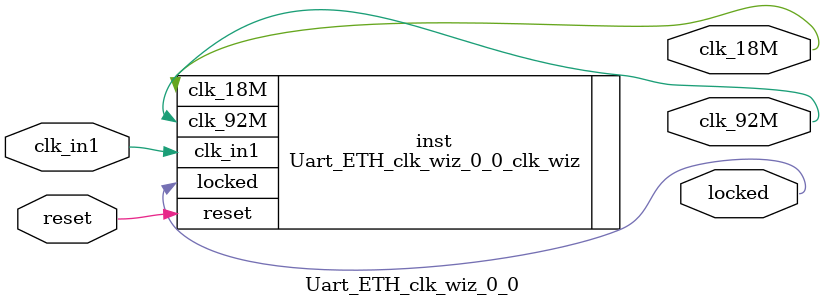
<source format=v>


`timescale 1ps/1ps

(* CORE_GENERATION_INFO = "Uart_ETH_clk_wiz_0_0,clk_wiz_v5_4_1_0,{component_name=Uart_ETH_clk_wiz_0_0,use_phase_alignment=true,use_min_o_jitter=false,use_max_i_jitter=false,use_dyn_phase_shift=false,use_inclk_switchover=false,use_dyn_reconfig=false,enable_axi=0,feedback_source=FDBK_AUTO,PRIMITIVE=MMCM,num_out_clk=2,clkin1_period=54.254,clkin2_period=10.0,use_power_down=false,use_reset=true,use_locked=true,use_inclk_stopped=false,feedback_type=SINGLE,CLOCK_MGR_TYPE=NA,manual_override=false}" *)

module Uart_ETH_clk_wiz_0_0 
 (
  // Clock out ports
  output        clk_18M,
  output        clk_92M,
  // Status and control signals
  input         reset,
  output        locked,
 // Clock in ports
  input         clk_in1
 );

  Uart_ETH_clk_wiz_0_0_clk_wiz inst
  (
  // Clock out ports  
  .clk_18M(clk_18M),
  .clk_92M(clk_92M),
  // Status and control signals               
  .reset(reset), 
  .locked(locked),
 // Clock in ports
  .clk_in1(clk_in1)
  );

endmodule

</source>
